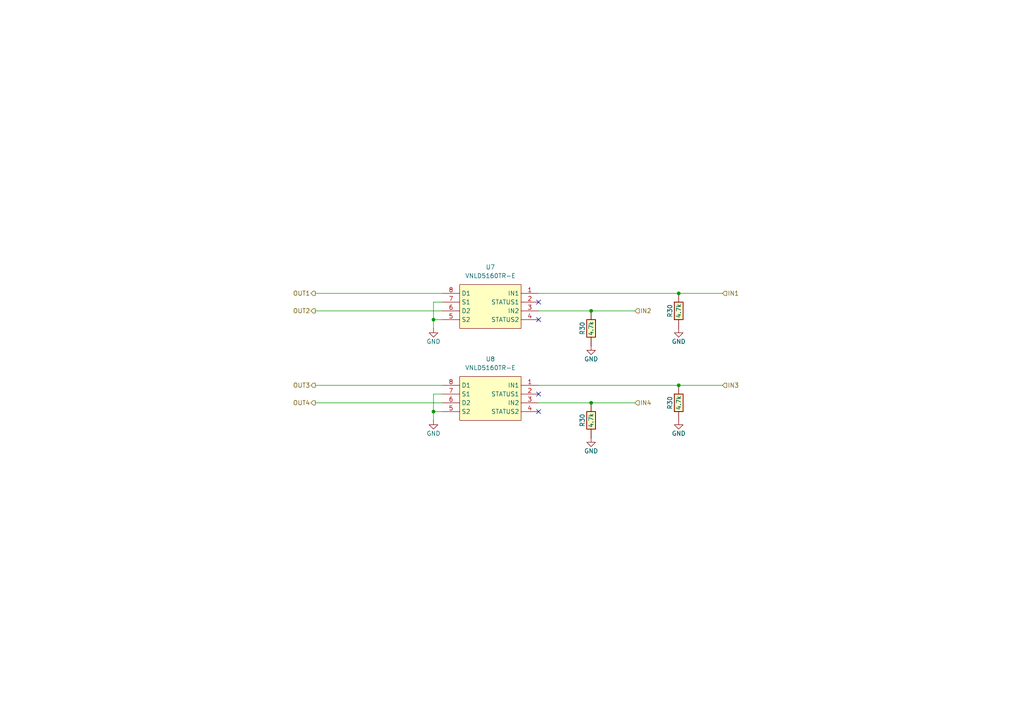
<source format=kicad_sch>
(kicad_sch (version 20250114) (generator "eeschema") (generator_version "9.0")
  (paper "A4")
  (title_block (title "UA4EFI") (date "2025-04-30") (rev "A"))
  (lib_symbols
    (symbol "chips:VNLD5160"
      (property "Reference" "U" (at 6.35 3.81 0))
      (property "Value" "VNLD5160TR-E" (at 12.7 -11.43 0))
      (symbol "VNLD5160_1_1"
        (rectangle (start 5.08 2.54) (end 22.86 -10.16) (fill (type background)))
        (pin input line (at 0 0 0) (length 5.08) (name "IN1") (number "1"))
        (pin open_collector line (at 0 -2.54 0) (length 5.08) (name "STATUS1") (number "2"))
        (pin input line (at 0 -5.08 0) (length 5.08) (name "IN2") (number "3"))
        (pin open_collector line (at 0 -7.62 0) (length 5.08) (name "STATUS2") (number "4"))
        (pin power_out line (at 27.94 0 180) (length 5.08) (name "D1") (number "8"))
        (pin power_in line (at 27.94 -2.54 180) (length 5.08) (name "S1") (number "7"))
        (pin power_out line (at 27.94 -5.08 180) (length 5.08) (name "D2") (number "6"))
        (pin power_in line (at 27.94 -7.62 180) (length 5.08) (name "S2") (number "5"))
      )
    )
    (symbol "hellen-one-common:Res" (pin_numbers (hide yes))
      (property "Reference" "R" (at 3.81 2.54 0))
      (property "Value" "Res" (at 5.08 -2.54 0))
      (symbol "Res_1_0"
        (rectangle (start 2.54 -1.27) (end 7.62 1.27) (stroke (width 0.254)) (fill (type background)))
        (pin passive line (at 0 0 0) (length 2.54) (name "") (number "1"))
        (pin passive line (at 10.16 0 180) (length 2.54) (name "") (number "2"))
      )
    )
    (symbol "power:GND" (power) (pin_numbers (hide yes)) (pin_names (offset 0) (hide yes))
      (property "Value" "GND" (at 0 -3.81 0))
      (symbol "GND_0_1"
        (polyline (pts (xy 0 0) (xy 0 -1.27) (xy 1.27 -1.27) (xy 0 -2.54) (xy -1.27 -1.27) (xy 0 -1.27)))
      )
      (symbol "GND_1_1"
        (pin power_in line (at 0 0 270) (length 0) (name "~") (number "1"))
      )
    )
  )
  (junction (at 171.45 90.17))
  (junction (at 171.45 116.84))
  (junction (at 125.73 119.38))
  (junction (at 125.73 92.71))
  (junction (at 196.85 85.09))
  (junction (at 196.85 111.76))
  (no_connect (at 156.21 92.71))
  (no_connect (at 156.21 119.38))
  (no_connect (at 156.21 114.3))
  (no_connect (at 156.21 87.63))
  (wire (pts (xy 125.73 114.3) (xy 128.27 114.3)))
  (wire (pts (xy 156.21 85.09) (xy 196.85 85.09)))
  (wire (pts (xy 125.73 119.38) (xy 125.73 114.3)))
  (wire (pts (xy 196.85 85.09) (xy 209.55 85.09)))
  (wire (pts (xy 196.85 111.76) (xy 209.55 111.76)))
  (wire (pts (xy 125.73 87.63) (xy 128.27 87.63)))
  (wire (pts (xy 156.21 116.84) (xy 171.45 116.84)))
  (wire (pts (xy 125.73 121.92) (xy 125.73 119.38)))
  (wire (pts (xy 91.44 85.09) (xy 128.27 85.09)))
  (wire (pts (xy 125.73 119.38) (xy 128.27 119.38)))
  (wire (pts (xy 125.73 92.71) (xy 125.73 87.63)))
  (wire (pts (xy 156.21 111.76) (xy 196.85 111.76)))
  (wire (pts (xy 171.45 90.17) (xy 184.15 90.17)))
  (wire (pts (xy 171.45 116.84) (xy 184.15 116.84)))
  (wire (pts (xy 91.44 116.84) (xy 128.27 116.84)))
  (wire (pts (xy 91.44 90.17) (xy 128.27 90.17)))
  (wire (pts (xy 91.44 111.76) (xy 128.27 111.76)))
  (wire (pts (xy 125.73 92.71) (xy 128.27 92.71)))
  (wire (pts (xy 125.73 95.25) (xy 125.73 92.71)))
  (wire (pts (xy 156.21 90.17) (xy 171.45 90.17)))
  (hierarchical_label "IN1" (shape input) (at 209.55 85.09 0))
  (hierarchical_label "OUT4" (shape output) (at 91.44 116.84 180))
  (hierarchical_label "OUT3" (shape output) (at 91.44 111.76 180))
  (hierarchical_label "OUT2" (shape output) (at 91.44 90.17 180))
  (hierarchical_label "IN2" (shape input) (at 184.15 90.17 0))
  (hierarchical_label "IN3" (shape input) (at 209.55 111.76 0))
  (hierarchical_label "OUT1" (shape output) (at 91.44 85.09 180))
  (hierarchical_label "IN4" (shape input) (at 184.15 116.84 0))
  (symbol (lib_id "hellen-one-common:Res") (at 196.85 95.25 90) (unit 1)
    (property "Reference" "R10" (at 194.31 90.17 0))
    (property "Value" "4.7k" (at 196.85 90.17 0))
    (property "Footprint" "kicad6-libraries:R0603" (effects (hide yes)))
    (property "LCSC" "C23162" (effects (hide yes)))
    (instances (project "alphax_8ch" (path "" (reference "R30") (unit 1)) (path "" (reference "R67") (unit 1))) (project "uaefi" (path "" (reference "R10") (unit 1))))
  )
  (symbol (lib_id "hellen-one-common:Res") (at 196.85 121.92 90) (unit 1)
    (property "Reference" "R12" (at 194.31 116.84 0))
    (property "Value" "4.7k" (at 196.85 116.84 0))
    (property "Footprint" "kicad6-libraries:R0603" (effects (hide yes)))
    (property "LCSC" "C23162" (effects (hide yes)))
    (instances (project "alphax_8ch" (path "" (reference "R30") (unit 1)) (path "" (reference "R67") (unit 1))) (project "uaefi" (path "" (reference "R12") (unit 1))))
  )
  (symbol (lib_id "power:GND") (at 125.73 95.25 0) (mirror y) (unit 1)
    (property "Reference" "#PWR090" (effects (hide yes)))
    (property "Value" "GND" (at 125.73 99.06 0))
    (property "Description" "Power symbol creates a global label with name \"GND\" , ground" (effects (hide yes)))
  )
  (symbol (lib_id "power:GND") (at 196.85 121.92 0) (mirror y) (unit 1)
    (property "Reference" "#PWR0141" (effects (hide yes)))
    (property "Value" "GND" (at 196.85 125.73 0))
    (property "Description" "Power symbol creates a global label with name \"GND\" , ground" (effects (hide yes)))
  )
  (symbol (lib_id "chips:VNLD5160") (at 156.21 111.76 0) (mirror y) (unit 1)
    (property "Reference" "U8" (at 142.24 104.14 0))
    (property "Value" "VNLD5160TR-E" (at 142.24 106.68 0))
    (property "Footprint" "Package_SO:SOIC-8_3.9x4.9mm_P1.27mm" (effects (hide yes)))
    (property "LCSC" "C377942" (effects (hide yes)))
  )
  (symbol (lib_id "power:GND") (at 125.73 121.92 0) (mirror y) (unit 1)
    (property "Reference" "#PWR091" (effects (hide yes)))
    (property "Value" "GND" (at 125.73 125.73 0))
    (property "Description" "Power symbol creates a global label with name \"GND\" , ground" (effects (hide yes)))
  )
  (symbol (lib_id "power:GND") (at 171.45 100.33 0) (mirror y) (unit 1)
    (property "Reference" "#PWR092" (effects (hide yes)))
    (property "Value" "GND" (at 171.45 104.14 0))
    (property "Description" "Power symbol creates a global label with name \"GND\" , ground" (effects (hide yes)))
  )
  (symbol (lib_id "chips:VNLD5160") (at 156.21 85.09 0) (mirror y) (unit 1)
    (property "Reference" "U7" (at 142.24 77.47 0))
    (property "Value" "VNLD5160TR-E" (at 142.24 80.01 0))
    (property "Footprint" "Package_SO:SOIC-8_3.9x4.9mm_P1.27mm" (effects (hide yes)))
    (property "LCSC" "C377942" (effects (hide yes)))
  )
  (symbol (lib_id "power:GND") (at 196.85 95.25 0) (mirror y) (unit 1)
    (property "Reference" "#PWR093" (effects (hide yes)))
    (property "Value" "GND" (at 196.85 99.06 0))
    (property "Description" "Power symbol creates a global label with name \"GND\" , ground" (effects (hide yes)))
  )
  (symbol (lib_id "power:GND") (at 171.45 127 0) (mirror y) (unit 1)
    (property "Reference" "#PWR0142" (effects (hide yes)))
    (property "Value" "GND" (at 171.45 130.81 0))
    (property "Description" "Power symbol creates a global label with name \"GND\" , ground" (effects (hide yes)))
  )
  (symbol (lib_id "hellen-one-common:Res") (at 171.45 127 90) (unit 1)
    (property "Reference" "R13" (at 168.91 121.92 0))
    (property "Value" "4.7k" (at 171.45 121.92 0))
    (property "Footprint" "kicad6-libraries:R0603" (effects (hide yes)))
    (property "LCSC" "C23162" (effects (hide yes)))
    (instances (project "alphax_8ch" (path "" (reference "R30") (unit 1)) (path "" (reference "R67") (unit 1))) (project "uaefi" (path "" (reference "R13") (unit 1))))
  )
  (symbol (lib_id "hellen-one-common:Res") (at 171.45 100.33 90) (unit 1)
    (property "Reference" "R11" (at 168.91 95.25 0))
    (property "Value" "4.7k" (at 171.45 95.25 0))
    (property "Footprint" "kicad6-libraries:R0603" (effects (hide yes)))
    (property "LCSC" "C23162" (effects (hide yes)))
    (instances (project "alphax_8ch" (path "" (reference "R30") (unit 1)) (path "" (reference "R67") (unit 1))) (project "uaefi" (path "" (reference "R11") (unit 1))))
  )
)
</source>
